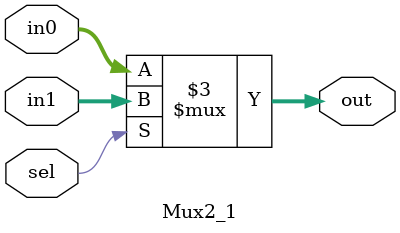
<source format=v>
module Mux2_1(in0,in1,sel,out);
input[17:0] in0 ,in1; //in0=B in1=Pre_adder_output
input  sel;
output reg [17:0] out;
always@(*) begin
 if(sel) begin
  out=in1;
 end
 else begin
  out=in0;
 end
end
endmodule

</source>
